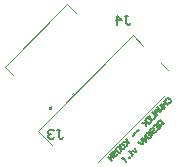
<source format=gbo>
G04*
G04 #@! TF.GenerationSoftware,Altium Limited,Altium Designer,20.0.13 (296)*
G04*
G04 Layer_Color=65280*
%FSLAX25Y25*%
%MOIN*%
G70*
G01*
G75*
%ADD11C,0.00394*%
%ADD12C,0.00787*%
%ADD15C,0.00600*%
D11*
X23885Y28978D02*
G03*
X23606Y28700I-139J-139D01*
G01*
D02*
G03*
X23885Y28978I139J139D01*
G01*
X21936Y58766D02*
X24720Y55982D01*
X1057Y37887D02*
X21936Y58766D01*
X1057Y37887D02*
X3841Y35103D01*
X53139Y39198D02*
X55366Y36971D01*
X12146Y16718D02*
X16948Y11916D01*
X12146Y16718D02*
X43882Y48454D01*
X47292Y45044D01*
X32050Y6278D02*
X54322Y28550D01*
D12*
X16670Y24443D02*
G03*
X16113Y23886I-278J-278D01*
G01*
D02*
G03*
X16670Y24443I278J278D01*
G01*
D15*
X54698Y26757D02*
Y27181D01*
X55122Y27605D01*
X55546D01*
X56394Y26757D01*
Y26333D01*
X55970Y25909D01*
X55546D01*
X54062Y26545D02*
X55334Y25273D01*
X54698Y25909D01*
X53850Y25061D01*
X53213Y25697D01*
X54486Y24424D01*
X52789Y25273D02*
X54062Y24000D01*
X53213D01*
Y23152D01*
X51941Y24424D01*
X52789Y22728D02*
X51941Y23576D01*
X51093D01*
X51093Y22728D01*
X51941Y21880D01*
X51305Y22516D01*
X52153Y23364D01*
X50244Y22728D02*
X51517Y21456D01*
X50669Y20607D01*
X48124D02*
X48972Y21456D01*
X50244Y20183D01*
X49396Y19335D01*
X49608Y20819D02*
X49184Y20395D01*
X47700Y20183D02*
X48972Y18911D01*
X48548Y19335D01*
X46851D01*
X48124D01*
Y18063D01*
X45791Y17002D02*
X44943Y16154D01*
X44519Y15730D02*
X43670Y14882D01*
X41338Y13821D02*
X42610Y12549D01*
X42186Y12973D01*
X40490D01*
X41762D01*
Y11701D01*
X39429Y11913D02*
X39853Y12337D01*
X40277D01*
X41126Y11489D01*
Y11064D01*
X40702Y10640D01*
X40277D01*
X39429Y11489D01*
Y11913D01*
X38157Y10640D02*
X38581Y11064D01*
X39005D01*
X39853Y10216D01*
Y9792D01*
X39429Y9368D01*
X39005D01*
X38157Y10216D01*
Y10640D01*
X36884Y8944D02*
Y9368D01*
X37309Y9792D01*
X37733D01*
X37945Y9580D01*
Y9156D01*
X37521Y8732D01*
Y8308D01*
X37733Y8096D01*
X38157D01*
X38581Y8520D01*
Y8944D01*
X36248Y8732D02*
X37521Y7459D01*
X36884Y8096D01*
X36036Y7247D01*
X35400Y7884D01*
X36672Y6611D01*
X54062Y18911D02*
X52790Y20183D01*
X52153Y19547D01*
Y19123D01*
X52578Y18698D01*
X53002D01*
X53638Y19335D01*
X53214Y18911D02*
X53214Y18062D01*
X50669D02*
X51517Y18911D01*
X52790Y17638D01*
X51941Y16790D01*
X52153Y18274D02*
X51729Y17850D01*
X49609Y16578D02*
Y17002D01*
X50033Y17426D01*
X50457D01*
X50669Y17214D01*
Y16790D01*
X50245Y16366D01*
Y15942D01*
X50457Y15730D01*
X50881D01*
X51305Y16154D01*
Y16578D01*
X48124Y15518D02*
X48972Y16366D01*
X50245Y15093D01*
X49396Y14245D01*
X49609Y15730D02*
X49185Y15305D01*
X48972Y13821D02*
X47700Y15093D01*
X48124Y12973D01*
X46852Y14245D01*
X46428Y13821D02*
X47276Y12973D01*
Y12124D01*
X46428Y12124D01*
X45579Y12973D01*
X44307Y10852D02*
X44731Y9580D01*
X43459Y10004D01*
X43883Y8731D02*
X43459Y8307D01*
X43671Y8519D01*
X42398Y9792D01*
X42823D01*
Y7671D02*
X42610Y7883D01*
X42398Y7671D01*
X42610Y7459D01*
X42823Y7671D01*
X41762Y6611D02*
X41338Y6187D01*
X41550Y6399D01*
X40278Y7671D01*
X40702D01*
X18500Y16999D02*
X19500D01*
X19000D01*
Y14500D01*
X19500Y14001D01*
X19999D01*
X20499Y14500D01*
X17500Y16500D02*
X17000Y16999D01*
X16001D01*
X15501Y16500D01*
Y16000D01*
X16001Y15500D01*
X16500D01*
X16001D01*
X15501Y15000D01*
Y14500D01*
X16001Y14001D01*
X17000D01*
X17500Y14500D01*
X41000Y55000D02*
X42000D01*
X41500D01*
Y52500D01*
X42000Y52000D01*
X42499D01*
X42999Y52500D01*
X38501Y52000D02*
Y55000D01*
X40000Y53500D01*
X38001D01*
M02*

</source>
